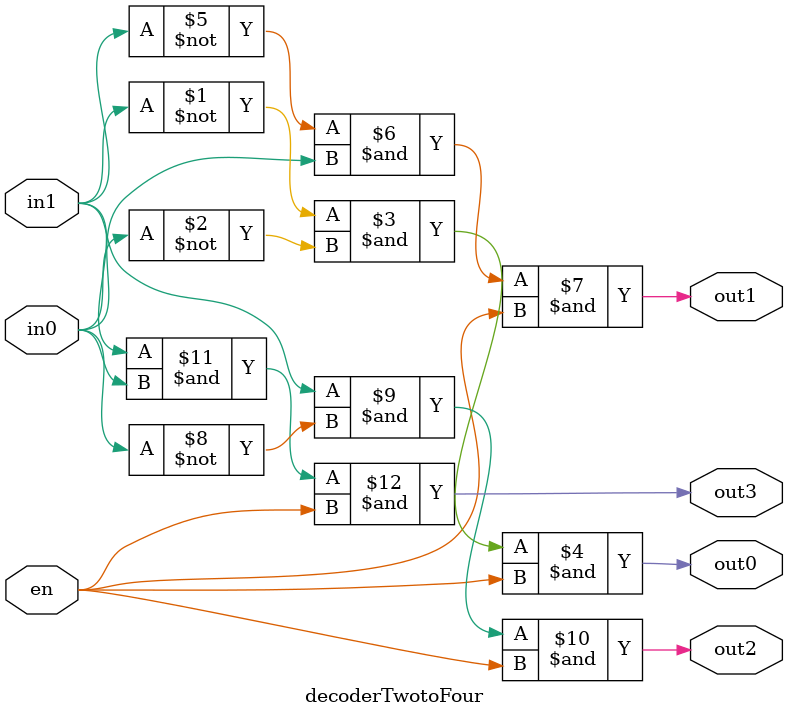
<source format=v>
/*
2 to 4 Decoder
1. Implement a 2 to 4 decoder.
*/

module decoderTwotoFour(in0,in1,en,out0,out1,out2,out3);
//port declaretions
input in0,in1,en;
output out0,out1,out2,out3;

assign out0= (~in1) & (~in0) & en;
assign out1= (~in1) & in0 & en;
assign out2= in1 & (~ in0) & en;
assign out3= in1 & in0 & en;

endmodule

//2. Write a test bench module to test your implementation
/*
module decoder_2to4_tb;
//inputs are reg 
//outputs are wire
reg in0,in1,en;
wire out0,out1,out2,out3;

decoder_2to4 DUT(in0,in1,en,out0,out1,out2,out3);

initial
	begin
	#10 in1=0; in0=0; en=0;
	#10 in1=0; in0=1; en=0;
	#10 in1=1; in0=0; en=0;
	#10 in1=1; in0=1; en=0;
	#10 in1=0; in0=0; en=1;
	#10 in1=0; in0=1; en=1;
	#10 in1=1; in0=0; en=1;
	#10 in1=1; in0=1; en=1;
	end
endmodule*/
</source>
